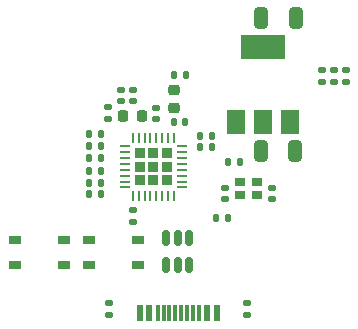
<source format=gbr>
%TF.GenerationSoftware,KiCad,Pcbnew,7.0.6-rc3*%
%TF.CreationDate,2023-07-14T23:43:47-04:00*%
%TF.ProjectId,esp,6573702e-6b69-4636-9164-5f7063625858,rev?*%
%TF.SameCoordinates,Original*%
%TF.FileFunction,Paste,Top*%
%TF.FilePolarity,Positive*%
%FSLAX46Y46*%
G04 Gerber Fmt 4.6, Leading zero omitted, Abs format (unit mm)*
G04 Created by KiCad (PCBNEW 7.0.6-rc3) date 2023-07-14 23:43:47*
%MOMM*%
%LPD*%
G01*
G04 APERTURE LIST*
G04 Aperture macros list*
%AMRoundRect*
0 Rectangle with rounded corners*
0 $1 Rounding radius*
0 $2 $3 $4 $5 $6 $7 $8 $9 X,Y pos of 4 corners*
0 Add a 4 corners polygon primitive as box body*
4,1,4,$2,$3,$4,$5,$6,$7,$8,$9,$2,$3,0*
0 Add four circle primitives for the rounded corners*
1,1,$1+$1,$2,$3*
1,1,$1+$1,$4,$5*
1,1,$1+$1,$6,$7*
1,1,$1+$1,$8,$9*
0 Add four rect primitives between the rounded corners*
20,1,$1+$1,$2,$3,$4,$5,0*
20,1,$1+$1,$4,$5,$6,$7,0*
20,1,$1+$1,$6,$7,$8,$9,0*
20,1,$1+$1,$8,$9,$2,$3,0*%
G04 Aperture macros list end*
%ADD10RoundRect,0.135000X0.185000X-0.135000X0.185000X0.135000X-0.185000X0.135000X-0.185000X-0.135000X0*%
%ADD11R,0.600000X1.450000*%
%ADD12R,0.300000X1.450000*%
%ADD13RoundRect,0.135000X-0.185000X0.135000X-0.185000X-0.135000X0.185000X-0.135000X0.185000X0.135000X0*%
%ADD14RoundRect,0.140000X0.170000X-0.140000X0.170000X0.140000X-0.170000X0.140000X-0.170000X-0.140000X0*%
%ADD15RoundRect,0.250000X0.325000X0.650000X-0.325000X0.650000X-0.325000X-0.650000X0.325000X-0.650000X0*%
%ADD16RoundRect,0.218750X-0.218750X-0.256250X0.218750X-0.256250X0.218750X0.256250X-0.218750X0.256250X0*%
%ADD17RoundRect,0.218750X-0.256250X0.218750X-0.256250X-0.218750X0.256250X-0.218750X0.256250X0.218750X0*%
%ADD18RoundRect,0.140000X0.140000X0.170000X-0.140000X0.170000X-0.140000X-0.170000X0.140000X-0.170000X0*%
%ADD19RoundRect,0.135000X-0.135000X-0.185000X0.135000X-0.185000X0.135000X0.185000X-0.135000X0.185000X0*%
%ADD20RoundRect,0.232500X-0.232500X0.232500X-0.232500X-0.232500X0.232500X-0.232500X0.232500X0.232500X0*%
%ADD21RoundRect,0.062500X-0.062500X0.375000X-0.062500X-0.375000X0.062500X-0.375000X0.062500X0.375000X0*%
%ADD22RoundRect,0.062500X-0.375000X0.062500X-0.375000X-0.062500X0.375000X-0.062500X0.375000X0.062500X0*%
%ADD23R,0.900000X0.800000*%
%ADD24RoundRect,0.135000X0.135000X0.185000X-0.135000X0.185000X-0.135000X-0.185000X0.135000X-0.185000X0*%
%ADD25RoundRect,0.140000X-0.170000X0.140000X-0.170000X-0.140000X0.170000X-0.140000X0.170000X0.140000X0*%
%ADD26RoundRect,0.140000X-0.140000X-0.170000X0.140000X-0.170000X0.140000X0.170000X-0.140000X0.170000X0*%
%ADD27RoundRect,0.150000X-0.150000X0.512500X-0.150000X-0.512500X0.150000X-0.512500X0.150000X0.512500X0*%
%ADD28R,1.050000X0.650000*%
%ADD29R,1.500000X2.000000*%
%ADD30R,3.800000X2.000000*%
G04 APERTURE END LIST*
D10*
%TO.C,R303*%
X124060000Y-90190000D03*
X124060000Y-89170000D03*
%TD*%
D11*
%TO.C,P301*%
X114970000Y-89975000D03*
X115770000Y-89975000D03*
D12*
X116970000Y-89975000D03*
X117970000Y-89975000D03*
X118470000Y-89975000D03*
X119470000Y-89975000D03*
D11*
X120670000Y-89975000D03*
X121470000Y-89975000D03*
X121470000Y-89975000D03*
X120670000Y-89975000D03*
D12*
X119970000Y-89975000D03*
X118970000Y-89975000D03*
X117470000Y-89975000D03*
X116470000Y-89975000D03*
D11*
X115770000Y-89975000D03*
X114970000Y-89975000D03*
%TD*%
D13*
%TO.C,R203*%
X130420000Y-69420000D03*
X130420000Y-70440000D03*
%TD*%
D14*
%TO.C,C213*%
X122140000Y-80370000D03*
X122140000Y-79410000D03*
%TD*%
D15*
%TO.C,C302*%
X128145000Y-65060000D03*
X125195000Y-65060000D03*
%TD*%
D14*
%TO.C,C207*%
X116347500Y-73592500D03*
X116347500Y-72632500D03*
%TD*%
D13*
%TO.C,R301*%
X132400000Y-69420000D03*
X132400000Y-70440000D03*
%TD*%
D10*
%TO.C,R304*%
X112380000Y-90190000D03*
X112380000Y-89170000D03*
%TD*%
D16*
%TO.C,L202*%
X113572500Y-73292500D03*
X115147500Y-73292500D03*
%TD*%
D17*
%TO.C,L201*%
X117890000Y-71095000D03*
X117890000Y-72670000D03*
%TD*%
D18*
%TO.C,C210*%
X111660000Y-76892500D03*
X110700000Y-76892500D03*
%TD*%
D10*
%TO.C,R204*%
X112260000Y-73590000D03*
X112260000Y-72570000D03*
%TD*%
D19*
%TO.C,R206*%
X110650000Y-78980000D03*
X111670000Y-78980000D03*
%TD*%
D20*
%TO.C,U201*%
X117260000Y-76480000D03*
X116110000Y-76480000D03*
X114960000Y-76480000D03*
X117260000Y-77630000D03*
X116110000Y-77630000D03*
X114960000Y-77630000D03*
X117260000Y-78780000D03*
X116110000Y-78780000D03*
X114960000Y-78780000D03*
D21*
X117860000Y-75192500D03*
X117360000Y-75192500D03*
X116860000Y-75192500D03*
X116360000Y-75192500D03*
X115860000Y-75192500D03*
X115360000Y-75192500D03*
X114860000Y-75192500D03*
X114360000Y-75192500D03*
D22*
X113672500Y-75880000D03*
X113672500Y-76380000D03*
X113672500Y-76880000D03*
X113672500Y-77380000D03*
X113672500Y-77880000D03*
X113672500Y-78380000D03*
X113672500Y-78880000D03*
X113672500Y-79380000D03*
D21*
X114360000Y-80067500D03*
X114860000Y-80067500D03*
X115360000Y-80067500D03*
X115860000Y-80067500D03*
X116360000Y-80067500D03*
X116860000Y-80067500D03*
X117360000Y-80067500D03*
X117860000Y-80067500D03*
D22*
X118547500Y-79380000D03*
X118547500Y-78880000D03*
X118547500Y-78380000D03*
X118547500Y-77880000D03*
X118547500Y-77380000D03*
X118547500Y-76880000D03*
X118547500Y-76380000D03*
X118547500Y-75880000D03*
%TD*%
D19*
%TO.C,R201*%
X121380000Y-81990000D03*
X122400000Y-81990000D03*
%TD*%
D18*
%TO.C,C211*%
X111660000Y-79950000D03*
X110700000Y-79950000D03*
%TD*%
D23*
%TO.C,Y201*%
X124860000Y-78950000D03*
X123460000Y-78950000D03*
X123460000Y-80050000D03*
X124860000Y-80050000D03*
%TD*%
D24*
%TO.C,R205*%
X111670000Y-77980000D03*
X110650000Y-77980000D03*
%TD*%
D19*
%TO.C,R202*%
X110650000Y-75880000D03*
X111670000Y-75880000D03*
%TD*%
D25*
%TO.C,C212*%
X126160000Y-79390000D03*
X126160000Y-80350000D03*
%TD*%
D26*
%TO.C,C202*%
X117860000Y-73860000D03*
X118820000Y-73860000D03*
%TD*%
D15*
%TO.C,C301*%
X128135000Y-76270000D03*
X125185000Y-76270000D03*
%TD*%
D27*
%TO.C,U302*%
X119110000Y-83670000D03*
X118160000Y-83670000D03*
X117210000Y-83670000D03*
X117210000Y-85945000D03*
X118160000Y-85945000D03*
X119110000Y-85945000D03*
%TD*%
D18*
%TO.C,C208*%
X111660000Y-74880000D03*
X110700000Y-74880000D03*
%TD*%
D25*
%TO.C,C209*%
X114360000Y-81312500D03*
X114360000Y-82272500D03*
%TD*%
D26*
%TO.C,C201*%
X117890000Y-69890000D03*
X118850000Y-69890000D03*
%TD*%
D10*
%TO.C,R302*%
X131410000Y-70440000D03*
X131410000Y-69420000D03*
%TD*%
D28*
%TO.C,SW201*%
X104370000Y-83830000D03*
X108520000Y-83830000D03*
X104370000Y-85980000D03*
X108520000Y-85980000D03*
%TD*%
D26*
%TO.C,C204*%
X120080000Y-75992500D03*
X121040000Y-75992500D03*
%TD*%
D28*
%TO.C,SW202*%
X110655000Y-83830000D03*
X114805000Y-83830000D03*
X110655000Y-85980000D03*
X114805000Y-85980000D03*
%TD*%
D14*
%TO.C,C205*%
X113340000Y-72059999D03*
X113340000Y-71099999D03*
%TD*%
D26*
%TO.C,C203*%
X120080000Y-75022500D03*
X121040000Y-75022500D03*
%TD*%
D29*
%TO.C,U301*%
X123070000Y-73810000D03*
X125370000Y-73810000D03*
D30*
X125370000Y-67510000D03*
D29*
X127670000Y-73810000D03*
%TD*%
D14*
%TO.C,C206*%
X114360000Y-72060000D03*
X114360000Y-71100000D03*
%TD*%
D19*
%TO.C,R207*%
X122420000Y-77190000D03*
X123440000Y-77190000D03*
%TD*%
M02*

</source>
